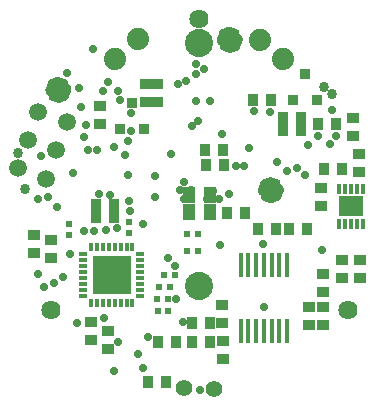
<source format=gts>
%FSLAX24Y24*%
%MOIN*%
G70*
G01*
G75*
G04 Layer_Color=8388736*
%ADD10C,0.0070*%
%ADD11C,0.0197*%
%ADD12R,0.0091X0.0236*%
%ADD13R,0.0236X0.0091*%
%ADD14R,0.1220X0.1220*%
%ADD15R,0.0350X0.0300*%
%ADD16R,0.0300X0.0350*%
%ADD17R,0.0140X0.0800*%
%ADD18R,0.0098X0.0315*%
%ADD19R,0.0787X0.0630*%
%ADD20R,0.0157X0.0197*%
%ADD21R,0.0197X0.0157*%
%ADD22R,0.0394X0.0492*%
%ADD23R,0.0320X0.0320*%
%ADD24C,0.0080*%
%ADD25C,0.0090*%
%ADD26C,0.0100*%
%ADD27C,0.0120*%
%ADD28C,0.0200*%
%ADD29C,0.0150*%
%ADD30C,0.0060*%
%ADD31C,0.0600*%
%ADD32C,0.0700*%
%ADD33C,0.0512*%
%ADD34C,0.0900*%
%ADD35C,0.0551*%
%ADD36C,0.0250*%
%ADD37C,0.0300*%
%ADD38R,0.0394X0.0394*%
%ADD39R,0.0250X0.0400*%
%ADD40R,0.0394X0.0394*%
%ADD41R,0.0400X0.0250*%
G04:AMPARAMS|DCode=42|XSize=43mil|YSize=59mil|CornerRadius=0mil|HoleSize=0mil|Usage=FLASHONLY|Rotation=135.000|XOffset=0mil|YOffset=0mil|HoleType=Round|Shape=Rectangle|*
%AMROTATEDRECTD42*
4,1,4,0.0361,0.0057,-0.0057,-0.0361,-0.0361,-0.0057,0.0057,0.0361,0.0361,0.0057,0.0*
%
%ADD42ROTATEDRECTD42*%

%ADD43C,0.0250*%
%ADD44R,0.0343X0.0494*%
%ADD45R,0.0280X0.0540*%
%ADD46R,0.0720X0.0910*%
%ADD47R,0.0390X0.0580*%
%ADD48R,0.0900X0.0270*%
%ADD49R,0.0852X0.0273*%
%ADD50R,0.0533X0.0468*%
%ADD51R,0.0430X0.0340*%
%ADD52R,0.0200X0.0199*%
%ADD53R,0.2460X0.0890*%
%ADD54R,0.0710X0.0580*%
%ADD55R,0.0990X0.0600*%
%ADD56R,0.0680X0.0570*%
%ADD57R,0.0630X0.0540*%
%ADD58R,0.0700X0.0210*%
%ADD59R,0.0350X0.0165*%
%ADD60R,0.0069X0.0095*%
%ADD61R,0.0570X0.0270*%
%ADD62R,0.0583X0.0462*%
%ADD63R,0.0570X0.0870*%
%ADD64C,0.0449*%
%ADD65R,0.0131X0.0276*%
%ADD66R,0.0276X0.0131*%
%ADD67R,0.1260X0.1260*%
%ADD68R,0.0390X0.0340*%
%ADD69R,0.0340X0.0390*%
%ADD70R,0.0180X0.0840*%
%ADD71R,0.0138X0.0355*%
%ADD72R,0.0827X0.0670*%
%ADD73R,0.0197X0.0237*%
%ADD74R,0.0237X0.0197*%
%ADD75R,0.0434X0.0532*%
%ADD76R,0.0360X0.0360*%
%ADD77C,0.0640*%
%ADD78C,0.0040*%
%ADD79C,0.0740*%
%ADD80C,0.0552*%
%ADD81C,0.0940*%
%ADD82C,0.0591*%
%ADD83C,0.0290*%
%ADD84C,0.0340*%
G54D64*
X102294Y83590D02*
G03*
X102294Y83590I-224J0D01*
G01*
X103664Y78580D02*
G03*
X103664Y78580I-224J0D01*
G01*
X96584Y81920D02*
G03*
X96584Y81920I-224J0D01*
G01*
G54D65*
X98829Y76695D02*
D03*
X98632D02*
D03*
X98435D02*
D03*
X98238D02*
D03*
X98042D02*
D03*
X97845D02*
D03*
X97648D02*
D03*
X97451D02*
D03*
X98829Y74805D02*
D03*
X98632D02*
D03*
X98435D02*
D03*
X98238D02*
D03*
X98042D02*
D03*
X97845D02*
D03*
X97648D02*
D03*
X97451D02*
D03*
G54D66*
X97195Y75061D02*
D03*
Y75258D02*
D03*
Y75455D02*
D03*
Y75652D02*
D03*
Y75848D02*
D03*
Y76045D02*
D03*
Y76242D02*
D03*
Y76439D02*
D03*
X99085Y75061D02*
D03*
Y75258D02*
D03*
Y75455D02*
D03*
Y75652D02*
D03*
Y75848D02*
D03*
Y76045D02*
D03*
Y76242D02*
D03*
Y76439D02*
D03*
G54D67*
X98140Y75750D02*
D03*
G54D68*
X97440Y73580D02*
D03*
Y74180D02*
D03*
X96120Y76320D02*
D03*
Y76920D02*
D03*
X95540Y76470D02*
D03*
Y77070D02*
D03*
X99650Y81530D02*
D03*
Y82130D02*
D03*
X97750Y81390D02*
D03*
Y80790D02*
D03*
X105180Y74690D02*
D03*
Y74090D02*
D03*
X105820Y76240D02*
D03*
Y75640D02*
D03*
X106410Y75660D02*
D03*
Y76260D02*
D03*
X105190Y75200D02*
D03*
Y75800D02*
D03*
X104730Y74690D02*
D03*
Y74090D02*
D03*
X106390Y79770D02*
D03*
Y79170D02*
D03*
X101820Y74160D02*
D03*
Y74760D02*
D03*
X98000Y73270D02*
D03*
Y73870D02*
D03*
X101850Y73540D02*
D03*
Y72940D02*
D03*
X105120Y78040D02*
D03*
Y78640D02*
D03*
X99290Y82130D02*
D03*
Y81530D02*
D03*
X106180Y80390D02*
D03*
Y80990D02*
D03*
G54D69*
X98210Y78090D02*
D03*
X97610D02*
D03*
X98210Y77700D02*
D03*
X97610D02*
D03*
X104650Y77270D02*
D03*
X104050D02*
D03*
X103840Y80570D02*
D03*
X104440D02*
D03*
X105000Y80790D02*
D03*
X105600D02*
D03*
X101400Y74160D02*
D03*
X100800D02*
D03*
X101420Y73530D02*
D03*
X100820D02*
D03*
X103020Y77270D02*
D03*
X103620D02*
D03*
X100280Y73530D02*
D03*
X99680D02*
D03*
X99360Y72200D02*
D03*
X99960D02*
D03*
X105200Y79290D02*
D03*
X105800D02*
D03*
X101260Y79930D02*
D03*
X101860D02*
D03*
X103440Y81600D02*
D03*
X102840D02*
D03*
X101270Y79420D02*
D03*
X101870D02*
D03*
X101970Y77830D02*
D03*
X102570D02*
D03*
X103840Y80990D02*
D03*
X104440D02*
D03*
G54D70*
X103978Y76080D02*
D03*
X103722D02*
D03*
X103466D02*
D03*
X103210D02*
D03*
X102954D02*
D03*
X102698D02*
D03*
X103978Y73880D02*
D03*
X103722D02*
D03*
X103466D02*
D03*
X103210D02*
D03*
X102954D02*
D03*
X102698D02*
D03*
X102442Y76080D02*
D03*
Y73880D02*
D03*
G54D71*
X106110Y77449D02*
D03*
X105913D02*
D03*
X105716D02*
D03*
X106504Y78631D02*
D03*
X106307D02*
D03*
X106110D02*
D03*
X105913D02*
D03*
X105716D02*
D03*
X106307Y77449D02*
D03*
X106504D02*
D03*
G54D72*
X106110Y78040D02*
D03*
G54D73*
X100007Y74940D02*
D03*
X99653D02*
D03*
X100027Y74540D02*
D03*
X99673D02*
D03*
X101007Y77120D02*
D03*
X100653D02*
D03*
Y76540D02*
D03*
X101007D02*
D03*
X100067Y75350D02*
D03*
X99713D02*
D03*
X100247Y75760D02*
D03*
X99893D02*
D03*
G54D74*
X98730Y77507D02*
D03*
Y77153D02*
D03*
X96700Y77093D02*
D03*
Y77447D02*
D03*
G54D75*
X100706Y77840D02*
D03*
X101414D02*
D03*
Y78420D02*
D03*
X100706D02*
D03*
G54D76*
X104990Y81570D02*
D03*
X104590Y82440D02*
D03*
X104190Y81570D02*
D03*
X99220Y80630D02*
D03*
X98820Y81500D02*
D03*
X98420Y80630D02*
D03*
G54D77*
X106000Y74580D02*
D03*
X96120D02*
D03*
X101060Y84290D02*
D03*
G54D78*
X105940Y82580D02*
D03*
X94890Y80500D02*
D03*
X103000Y71810D02*
D03*
X95030Y80830D02*
D03*
X95170Y81130D02*
D03*
X103300Y71910D02*
D03*
X103600Y72030D02*
D03*
X103920Y72170D02*
D03*
X106150Y82350D02*
D03*
X106520Y81860D02*
D03*
X106340Y82100D02*
D03*
G54D79*
X103092Y83588D02*
D03*
X103858Y82946D02*
D03*
X98251Y82959D02*
D03*
X99018Y83602D02*
D03*
G54D80*
X100550Y71969D02*
D03*
X101550Y71951D02*
D03*
G54D81*
X101060Y83470D02*
D03*
Y75400D02*
D03*
G54D82*
X96632Y80848D02*
D03*
X96290Y79908D02*
D03*
X95948Y78968D02*
D03*
X95008Y79310D02*
D03*
X95350Y80250D02*
D03*
X95692Y81190D02*
D03*
G54D83*
X96330Y78019D02*
D03*
X96000Y78340D02*
D03*
X95680Y78300D02*
D03*
X100250Y76060D02*
D03*
X100000Y76310D02*
D03*
X97280Y80750D02*
D03*
X97100Y81350D02*
D03*
X103420Y81170D02*
D03*
X100620Y82220D02*
D03*
X104690Y80100D02*
D03*
X98340Y73530D02*
D03*
X100830Y80710D02*
D03*
X100950Y82450D02*
D03*
X101230Y82630D02*
D03*
X100950Y82800D02*
D03*
X105010Y80373D02*
D03*
X100530Y74170D02*
D03*
X99340Y73690D02*
D03*
X101740Y76750D02*
D03*
X103190Y76790D02*
D03*
X104300Y79320D02*
D03*
X104580Y79090D02*
D03*
X102720Y79980D02*
D03*
X102550Y79400D02*
D03*
X105150Y76570D02*
D03*
X103980Y79230D02*
D03*
X103640Y79520D02*
D03*
X102280Y79400D02*
D03*
X105490Y81240D02*
D03*
X105417Y80130D02*
D03*
X105630Y80370D02*
D03*
X102870Y81230D02*
D03*
X103220Y74690D02*
D03*
X100410Y78580D02*
D03*
X101810Y80440D02*
D03*
X102060Y78450D02*
D03*
X101700Y78290D02*
D03*
X101500Y78550D02*
D03*
X101330Y78300D02*
D03*
X100540Y78850D02*
D03*
X100790Y78570D02*
D03*
X100560Y78280D02*
D03*
X98769Y81145D02*
D03*
X98400Y81600D02*
D03*
X100350Y82120D02*
D03*
X98000Y82180D02*
D03*
X97860Y81890D02*
D03*
X98581Y79760D02*
D03*
X100100Y79800D02*
D03*
X98690Y80230D02*
D03*
X98210Y80010D02*
D03*
X98070Y78430D02*
D03*
X98680Y79090D02*
D03*
X99570Y79065D02*
D03*
X99580Y78350D02*
D03*
X98700Y78220D02*
D03*
X98760Y77900D02*
D03*
X99185Y77440D02*
D03*
X98350Y81900D02*
D03*
X98790Y80550D02*
D03*
X97340Y79930D02*
D03*
X97210Y80350D02*
D03*
X95770Y79720D02*
D03*
X98300Y77330D02*
D03*
X101020Y80900D02*
D03*
X97660Y79930D02*
D03*
X97730Y78440D02*
D03*
X96840Y79160D02*
D03*
X97520Y83300D02*
D03*
X101070Y71910D02*
D03*
X96650Y82480D02*
D03*
X100270Y74950D02*
D03*
X97060Y81970D02*
D03*
X95670Y75800D02*
D03*
X96500Y75690D02*
D03*
X96230Y75500D02*
D03*
X96760Y76450D02*
D03*
X96980Y74160D02*
D03*
X97890Y74320D02*
D03*
X97960Y77250D02*
D03*
X97560Y77210D02*
D03*
X97200Y77230D02*
D03*
X95890Y75360D02*
D03*
X98210Y72550D02*
D03*
X99180Y72640D02*
D03*
X100950Y81560D02*
D03*
X101410Y81550D02*
D03*
X99000Y73110D02*
D03*
G54D84*
X95260Y78610D02*
D03*
X95022Y79825D02*
D03*
X105480Y81770D02*
D03*
X105220Y82010D02*
D03*
M02*

</source>
